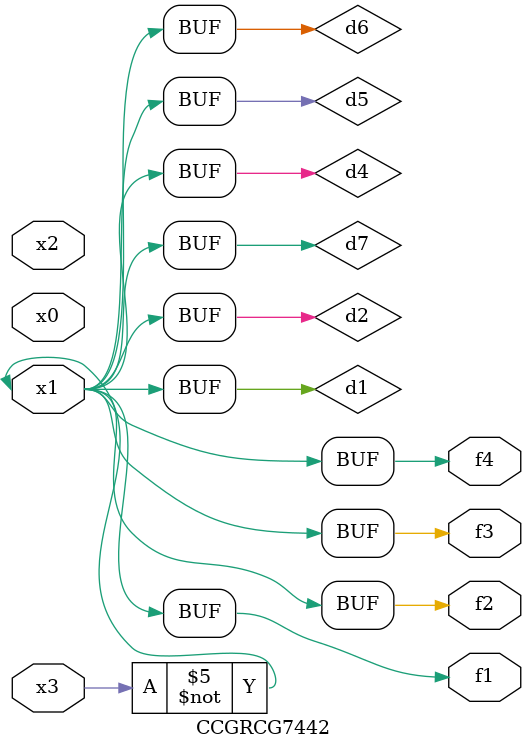
<source format=v>
module CCGRCG7442(
	input x0, x1, x2, x3,
	output f1, f2, f3, f4
);

	wire d1, d2, d3, d4, d5, d6, d7;

	not (d1, x3);
	buf (d2, x1);
	xnor (d3, d1, d2);
	nor (d4, d1);
	buf (d5, d1, d2);
	buf (d6, d4, d5);
	nand (d7, d4);
	assign f1 = d6;
	assign f2 = d7;
	assign f3 = d6;
	assign f4 = d6;
endmodule

</source>
